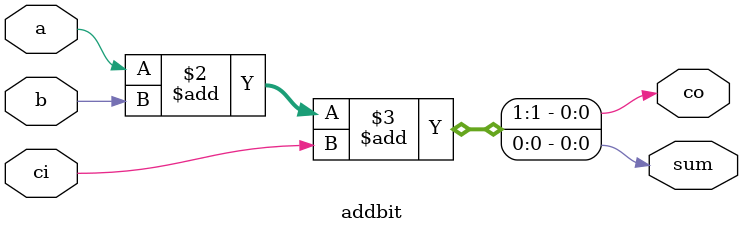
<source format=v>
/**********************************************************************
 * $my_monitor example -- Verilog test bench source code
 *
 * Verilog test bench to test the $my_monitor PLI application on
 * a 1-bit adder modeled using RTL code.
 *
 * For the book, "The Verilog PLI Handbook" by Stuart Sutherland
 *  Book copyright 1999, Kluwer Academic Publishers, Norwell, MA, USA
 *   Contact: www.wkap.il
 *  Example copyright 1998, Sutherland HDL Inc, Portland, Oregon, USA
 *   Contact: www.sutherland.com or (503) 692-0898
 *********************************************************************/
`timescale 1ns / 1ns
module top;
  integer    test;
  tri  [1:0] results;

  addbit i1 (test[0], test[1], test[2], results[0], results[1]);

  initial
    begin
      $my_monitor(results[0]);
      $my_monitor(i1.sum, i1.co);
      test = 3'b000;
      #10 test = 3'b001;
      #10 test = 3'b011;
      #10 $finish;
    end
endmodule

/*** An RTL level 1 bit adder model ***/
`timescale 1ns / 1ns
module addbit (a, b, ci, sum, co);
  input  a, b, ci;
  output sum, co;

  wire  a, b, ci;
  reg   sum, co;

  always @(a or b or ci)
    {co, sum} = a + b + ci;

endmodule
/*********************************************************************/


</source>
